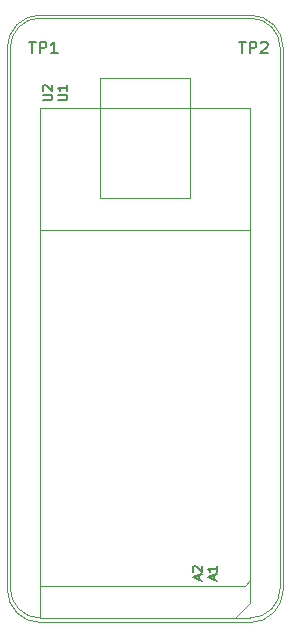
<source format=gbr>
%TF.GenerationSoftware,KiCad,Pcbnew,5.1.5+dfsg1-2~bpo10+1*%
%TF.CreationDate,Date%
%TF.ProjectId,ProMicro_WING,50726f4d-6963-4726-9f5f-57494e472e6b,v1.0*%
%TF.SameCoordinates,Original*%
%TF.FileFunction,Other,Fab,Top*%
%FSLAX45Y45*%
G04 Gerber Fmt 4.5, Leading zero omitted, Abs format (unit mm)*
G04 Created by KiCad*
%MOMM*%
%LPD*%
G04 APERTURE LIST*
%ADD10C,0.050000*%
%ADD11C,0.100000*%
%ADD12C,0.200000*%
%ADD13C,0.150000*%
G04 APERTURE END LIST*
D10*
X-1930400Y4445000D02*
G75*
G02X-1651000Y4724400I279400J0D01*
G01*
X127000Y4724400D02*
G75*
G02X406400Y4445000I0J-279400D01*
G01*
X406400Y-139700D02*
G75*
G02X127000Y-419100I-279400J0D01*
G01*
X-1651000Y-419100D02*
G75*
G02X-1930400Y-139700I0J279400D01*
G01*
X-1930400Y-139700D02*
X-1930400Y4445000D01*
X127000Y-419100D02*
X-1651000Y-419100D01*
X406400Y4445000D02*
X406400Y-139700D01*
X-1651000Y4724400D02*
X127000Y4724400D01*
D11*
X-1651000Y-381000D02*
X127000Y-381000D01*
X381000Y-127000D02*
X381000Y4445000D01*
X127000Y4699000D02*
X-1651000Y4699000D01*
X-1905000Y4445000D02*
X-1905000Y-127000D01*
X-1905000Y-127000D02*
G75*
G03X-1651000Y-381000I254000J0D01*
G01*
X127000Y-381000D02*
G75*
G03X381000Y-127000I0J254000D01*
G01*
X131876Y4698953D02*
G75*
G02X381000Y4445000I-4876J-253953D01*
G01*
X-1651000Y4699000D02*
G75*
G03X-1905000Y4445000I0J-254000D01*
G01*
X-1651000Y4699000D02*
G75*
G03X-1905000Y4445000I0J-254000D01*
G01*
X131876Y4698953D02*
G75*
G02X381000Y4445000I-4876J-253953D01*
G01*
X127000Y-381000D02*
G75*
G03X381000Y-127000I0J254000D01*
G01*
X-1905000Y-127000D02*
G75*
G03X-1651000Y-381000I254000J0D01*
G01*
X-1905000Y4445000D02*
X-1905000Y-127000D01*
X127000Y4699000D02*
X-1651000Y4699000D01*
X381000Y-127000D02*
X381000Y4445000D01*
X-1651000Y-381000D02*
X127000Y-381000D01*
X-1650000Y2905000D02*
X127000Y2905000D01*
X127000Y2905000D02*
X127000Y-60000D01*
X80000Y-110000D02*
X127000Y-60000D01*
X80000Y-110000D02*
X-1650000Y-110000D01*
X-1650000Y-110000D02*
X-1650000Y2905000D01*
X-1651000Y-381000D02*
X-1651000Y3937000D01*
X0Y-381000D02*
X-1651000Y-381000D01*
X127000Y-254000D02*
X0Y-381000D01*
X127000Y3937000D02*
X127000Y-254000D01*
X-1651000Y3937000D02*
X127000Y3937000D01*
X-381000Y4191000D02*
X-381000Y3175000D01*
X-1143000Y4191000D02*
X-381000Y4191000D01*
X-1143000Y3175000D02*
X-1143000Y4191000D01*
X-381000Y3175000D02*
X-1143000Y3175000D01*
D12*
X-1504310Y4003048D02*
X-1439548Y4003048D01*
X-1431929Y4006857D01*
X-1428119Y4010667D01*
X-1424310Y4018286D01*
X-1424310Y4033524D01*
X-1428119Y4041143D01*
X-1431929Y4044952D01*
X-1439548Y4048762D01*
X-1504310Y4048762D01*
X-1424310Y4128762D02*
X-1424310Y4083048D01*
X-1424310Y4105905D02*
X-1504310Y4105905D01*
X-1492881Y4098286D01*
X-1485262Y4090667D01*
X-1481452Y4083048D01*
D13*
X30809Y4499762D02*
X87952Y4499762D01*
X59381Y4399762D02*
X59381Y4499762D01*
X121286Y4399762D02*
X121286Y4499762D01*
X159381Y4499762D01*
X168905Y4495000D01*
X173667Y4490238D01*
X178428Y4480714D01*
X178428Y4466429D01*
X173667Y4456905D01*
X168905Y4452143D01*
X159381Y4447381D01*
X121286Y4447381D01*
X216524Y4490238D02*
X221286Y4495000D01*
X230809Y4499762D01*
X254619Y4499762D01*
X264143Y4495000D01*
X268905Y4490238D01*
X273667Y4480714D01*
X273667Y4471191D01*
X268905Y4456905D01*
X211762Y4399762D01*
X273667Y4399762D01*
X-1747190Y4499762D02*
X-1690048Y4499762D01*
X-1718619Y4399762D02*
X-1718619Y4499762D01*
X-1656714Y4399762D02*
X-1656714Y4499762D01*
X-1618619Y4499762D01*
X-1609095Y4495000D01*
X-1604333Y4490238D01*
X-1599571Y4480714D01*
X-1599571Y4466429D01*
X-1604333Y4456905D01*
X-1609095Y4452143D01*
X-1618619Y4447381D01*
X-1656714Y4447381D01*
X-1504333Y4399762D02*
X-1561476Y4399762D01*
X-1532905Y4399762D02*
X-1532905Y4499762D01*
X-1542429Y4485476D01*
X-1551952Y4475952D01*
X-1561476Y4471191D01*
D12*
X-1631310Y4003048D02*
X-1566548Y4003048D01*
X-1558929Y4006857D01*
X-1555119Y4010667D01*
X-1551310Y4018286D01*
X-1551310Y4033524D01*
X-1555119Y4041143D01*
X-1558929Y4044952D01*
X-1566548Y4048762D01*
X-1631310Y4048762D01*
X-1623690Y4083048D02*
X-1627500Y4086857D01*
X-1631310Y4094476D01*
X-1631310Y4113524D01*
X-1627500Y4121143D01*
X-1623690Y4124952D01*
X-1616071Y4128762D01*
X-1608452Y4128762D01*
X-1597024Y4124952D01*
X-1551310Y4079238D01*
X-1551310Y4128762D01*
X-177167Y-57143D02*
X-177167Y-19048D01*
X-154310Y-64762D02*
X-234310Y-38095D01*
X-154310Y-11428D01*
X-154310Y57143D02*
X-154310Y11429D01*
X-154310Y34286D02*
X-234310Y34286D01*
X-222881Y26667D01*
X-215262Y19048D01*
X-211452Y11429D01*
X-304167Y-57143D02*
X-304167Y-19048D01*
X-281310Y-64762D02*
X-361310Y-38095D01*
X-281310Y-11428D01*
X-353690Y11429D02*
X-357500Y15238D01*
X-361310Y22857D01*
X-361310Y41905D01*
X-357500Y49524D01*
X-353690Y53333D01*
X-346072Y57143D01*
X-338452Y57143D01*
X-327024Y53333D01*
X-281310Y7619D01*
X-281310Y57143D01*
M02*

</source>
